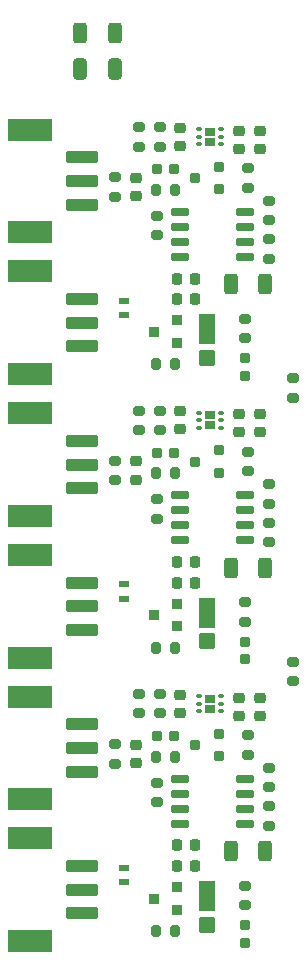
<source format=gbr>
%TF.GenerationSoftware,KiCad,Pcbnew,8.0.4*%
%TF.CreationDate,2024-08-16T18:46:30+09:00*%
%TF.ProjectId,accel-brake-sig-converter-board,61636365-6c2d-4627-9261-6b652d736967,rev?*%
%TF.SameCoordinates,Original*%
%TF.FileFunction,Paste,Top*%
%TF.FilePolarity,Positive*%
%FSLAX46Y46*%
G04 Gerber Fmt 4.6, Leading zero omitted, Abs format (unit mm)*
G04 Created by KiCad (PCBNEW 8.0.4) date 2024-08-16 18:46:30*
%MOMM*%
%LPD*%
G01*
G04 APERTURE LIST*
G04 Aperture macros list*
%AMRoundRect*
0 Rectangle with rounded corners*
0 $1 Rounding radius*
0 $2 $3 $4 $5 $6 $7 $8 $9 X,Y pos of 4 corners*
0 Add a 4 corners polygon primitive as box body*
4,1,4,$2,$3,$4,$5,$6,$7,$8,$9,$2,$3,0*
0 Add four circle primitives for the rounded corners*
1,1,$1+$1,$2,$3*
1,1,$1+$1,$4,$5*
1,1,$1+$1,$6,$7*
1,1,$1+$1,$8,$9*
0 Add four rect primitives between the rounded corners*
20,1,$1+$1,$2,$3,$4,$5,0*
20,1,$1+$1,$4,$5,$6,$7,0*
20,1,$1+$1,$6,$7,$8,$9,0*
20,1,$1+$1,$8,$9,$2,$3,0*%
G04 Aperture macros list end*
%ADD10RoundRect,0.050000X0.700000X-0.250000X0.700000X0.250000X-0.700000X0.250000X-0.700000X-0.250000X0*%
%ADD11RoundRect,0.225000X0.250000X-0.225000X0.250000X0.225000X-0.250000X0.225000X-0.250000X-0.225000X0*%
%ADD12RoundRect,0.100000X0.350000X0.300000X-0.350000X0.300000X-0.350000X-0.300000X0.350000X-0.300000X0*%
%ADD13RoundRect,0.225000X-0.225000X-0.250000X0.225000X-0.250000X0.225000X0.250000X-0.225000X0.250000X0*%
%ADD14RoundRect,0.200000X-0.275000X0.200000X-0.275000X-0.200000X0.275000X-0.200000X0.275000X0.200000X0*%
%ADD15RoundRect,0.050000X0.350000X-0.350000X0.350000X0.350000X-0.350000X0.350000X-0.350000X-0.350000X0*%
%ADD16RoundRect,0.250000X0.312500X0.625000X-0.312500X0.625000X-0.312500X-0.625000X0.312500X-0.625000X0*%
%ADD17RoundRect,0.038158X-0.386842X-0.324342X0.386842X-0.324342X0.386842X0.324342X-0.386842X0.324342X0*%
%ADD18RoundRect,0.050000X-0.190000X-0.125000X0.190000X-0.125000X0.190000X0.125000X-0.190000X0.125000X0*%
%ADD19RoundRect,0.050000X0.400000X-0.350000X0.400000X0.350000X-0.400000X0.350000X-0.400000X-0.350000X0*%
%ADD20RoundRect,0.100000X-0.600000X1.200000X-0.600000X-1.200000X0.600000X-1.200000X0.600000X1.200000X0*%
%ADD21RoundRect,0.100000X-0.600000X0.550000X-0.600000X-0.550000X0.600000X-0.550000X0.600000X0.550000X0*%
%ADD22RoundRect,0.050000X1.300000X-0.450000X1.300000X0.450000X-1.300000X0.450000X-1.300000X-0.450000X0*%
%ADD23RoundRect,0.090000X1.810000X-0.810000X1.810000X0.810000X-1.810000X0.810000X-1.810000X-0.810000X0*%
%ADD24RoundRect,0.050000X0.350000X0.350000X-0.350000X0.350000X-0.350000X-0.350000X0.350000X-0.350000X0*%
%ADD25RoundRect,0.050000X-0.400000X0.200000X-0.400000X-0.200000X0.400000X-0.200000X0.400000X0.200000X0*%
%ADD26RoundRect,0.225000X-0.250000X0.225000X-0.250000X-0.225000X0.250000X-0.225000X0.250000X0.225000X0*%
%ADD27RoundRect,0.200000X0.275000X-0.200000X0.275000X0.200000X-0.275000X0.200000X-0.275000X-0.200000X0*%
%ADD28RoundRect,0.200000X0.200000X0.275000X-0.200000X0.275000X-0.200000X-0.275000X0.200000X-0.275000X0*%
%ADD29RoundRect,0.200000X-0.200000X-0.275000X0.200000X-0.275000X0.200000X0.275000X-0.200000X0.275000X0*%
%ADD30RoundRect,0.250000X-0.312500X-0.625000X0.312500X-0.625000X0.312500X0.625000X-0.312500X0.625000X0*%
%ADD31RoundRect,0.250000X-0.325000X-0.650000X0.325000X-0.650000X0.325000X0.650000X-0.325000X0.650000X0*%
G04 APERTURE END LIST*
D10*
%TO.C,U4*%
X23500000Y-21405000D03*
X23500000Y-20135000D03*
X23500000Y-18865000D03*
X23500000Y-17595000D03*
X18000000Y-17595000D03*
X18000000Y-18865000D03*
X18000000Y-20135000D03*
X18000000Y-21405000D03*
%TD*%
D11*
%TO.C,C19*%
X14250000Y-64275000D03*
X14250000Y-62725000D03*
%TD*%
D12*
%TO.C,Q5*%
X21250000Y-39700000D03*
X21250000Y-37800000D03*
X19250000Y-38750000D03*
%TD*%
D13*
%TO.C,C16*%
X17725000Y-71250000D03*
X19275000Y-71250000D03*
%TD*%
D14*
%TO.C,R30*%
X16000000Y-65925000D03*
X16000000Y-67575000D03*
%TD*%
D15*
%TO.C,D5*%
X23500000Y-55500000D03*
X23500000Y-54000000D03*
%TD*%
D16*
%TO.C,R33*%
X25212500Y-71750000D03*
X22287500Y-71750000D03*
%TD*%
D17*
%TO.C,U1*%
X20500000Y-10837500D03*
X20500000Y-11662500D03*
D18*
X19590000Y-10600000D03*
X19590000Y-11250000D03*
X19590000Y-11900000D03*
X21410000Y-11900000D03*
X21410000Y-11250000D03*
X21410000Y-10600000D03*
%TD*%
D15*
%TO.C,D4*%
X23500000Y-31500000D03*
X23500000Y-30000000D03*
%TD*%
D13*
%TO.C,C13*%
X17725000Y-73000000D03*
X19275000Y-73000000D03*
%TD*%
D14*
%TO.C,R8*%
X23500000Y-50675000D03*
X23500000Y-52325000D03*
%TD*%
D19*
%TO.C,Q2*%
X17750000Y-52700000D03*
X17750000Y-50800000D03*
X15750000Y-51750000D03*
%TD*%
D13*
%TO.C,C14*%
X17725000Y-23250000D03*
X19275000Y-23250000D03*
%TD*%
D20*
%TO.C,D2*%
X20250000Y-51525000D03*
D21*
X20250000Y-53975000D03*
%TD*%
D22*
%TO.C,J4*%
X9700000Y-13000000D03*
X9700000Y-15000000D03*
X9700000Y-17000000D03*
D23*
X5250000Y-10650000D03*
X5250000Y-19350000D03*
%TD*%
D22*
%TO.C,J6*%
X9700000Y-61000000D03*
X9700000Y-63000000D03*
X9700000Y-65000000D03*
D23*
X5250000Y-58650000D03*
X5250000Y-67350000D03*
%TD*%
D24*
%TO.C,D7*%
X17500000Y-14000000D03*
X16000000Y-14000000D03*
%TD*%
D14*
%TO.C,R25*%
X25500000Y-19925000D03*
X25500000Y-21575000D03*
%TD*%
D25*
%TO.C,F1*%
X13250000Y-25125000D03*
X13250000Y-26375000D03*
%TD*%
D26*
%TO.C,C10*%
X18000000Y-58475000D03*
X18000000Y-60025000D03*
%TD*%
D19*
%TO.C,Q3*%
X17750000Y-76700000D03*
X17750000Y-74800000D03*
X15750000Y-75750000D03*
%TD*%
%TO.C,Q1*%
X17750000Y-28700000D03*
X17750000Y-26800000D03*
X15750000Y-27750000D03*
%TD*%
D14*
%TO.C,R7*%
X23500000Y-26675000D03*
X23500000Y-28325000D03*
%TD*%
D11*
%TO.C,C18*%
X14250000Y-40275000D03*
X14250000Y-38725000D03*
%TD*%
D22*
%TO.C,J3*%
X9700000Y-73000000D03*
X9700000Y-75000000D03*
X9700000Y-77000000D03*
D23*
X5250000Y-70650000D03*
X5250000Y-79350000D03*
%TD*%
D10*
%TO.C,U5*%
X23500000Y-45405000D03*
X23500000Y-44135000D03*
X23500000Y-42865000D03*
X23500000Y-41595000D03*
X18000000Y-41595000D03*
X18000000Y-42865000D03*
X18000000Y-44135000D03*
X18000000Y-45405000D03*
%TD*%
D27*
%TO.C,R34*%
X12500000Y-16325000D03*
X12500000Y-14675000D03*
%TD*%
D28*
%TO.C,R5*%
X17575000Y-54500000D03*
X15925000Y-54500000D03*
%TD*%
D14*
%TO.C,R3*%
X27500000Y-55675000D03*
X27500000Y-57325000D03*
%TD*%
%TO.C,R16*%
X14500000Y-10425000D03*
X14500000Y-12075000D03*
%TD*%
D29*
%TO.C,R20*%
X15925000Y-15750000D03*
X17575000Y-15750000D03*
%TD*%
D28*
%TO.C,R6*%
X17575000Y-78500000D03*
X15925000Y-78500000D03*
%TD*%
D25*
%TO.C,F3*%
X13250000Y-73125000D03*
X13250000Y-74375000D03*
%TD*%
D14*
%TO.C,R23*%
X25500000Y-64675000D03*
X25500000Y-66325000D03*
%TD*%
D24*
%TO.C,D8*%
X17500000Y-38000000D03*
X16000000Y-38000000D03*
%TD*%
D22*
%TO.C,J2*%
X9700000Y-49000000D03*
X9700000Y-51000000D03*
X9700000Y-53000000D03*
D23*
X5250000Y-46650000D03*
X5250000Y-55350000D03*
%TD*%
D26*
%TO.C,C8*%
X18000000Y-10475000D03*
X18000000Y-12025000D03*
%TD*%
%TO.C,C9*%
X18000000Y-34475000D03*
X18000000Y-36025000D03*
%TD*%
D14*
%TO.C,R12*%
X23750000Y-61925000D03*
X23750000Y-63575000D03*
%TD*%
D22*
%TO.C,J1*%
X9700000Y-25000000D03*
X9700000Y-27000000D03*
X9700000Y-29000000D03*
D23*
X5250000Y-22650000D03*
X5250000Y-31350000D03*
%TD*%
D24*
%TO.C,D9*%
X17500000Y-62000000D03*
X16000000Y-62000000D03*
%TD*%
D14*
%TO.C,R2*%
X27500000Y-31675000D03*
X27500000Y-33325000D03*
%TD*%
D12*
%TO.C,Q6*%
X21250000Y-63700000D03*
X21250000Y-61800000D03*
X19250000Y-62750000D03*
%TD*%
D26*
%TO.C,C2*%
X24750000Y-10725000D03*
X24750000Y-12275000D03*
%TD*%
D14*
%TO.C,R26*%
X16000000Y-17925000D03*
X16000000Y-19575000D03*
%TD*%
D15*
%TO.C,D6*%
X23500000Y-79500000D03*
X23500000Y-78000000D03*
%TD*%
D25*
%TO.C,F2*%
X13250000Y-49125000D03*
X13250000Y-50375000D03*
%TD*%
D26*
%TO.C,C5*%
X23000000Y-10725000D03*
X23000000Y-12275000D03*
%TD*%
D29*
%TO.C,R22*%
X15925000Y-39750000D03*
X17575000Y-39750000D03*
%TD*%
D30*
%TO.C,R1*%
X9537500Y-2500000D03*
X12462500Y-2500000D03*
%TD*%
D14*
%TO.C,R14*%
X16250000Y-34425000D03*
X16250000Y-36075000D03*
%TD*%
%TO.C,R17*%
X14500000Y-34425000D03*
X14500000Y-36075000D03*
%TD*%
D22*
%TO.C,J5*%
X9700000Y-37000000D03*
X9700000Y-39000000D03*
X9700000Y-41000000D03*
D23*
X5250000Y-34650000D03*
X5250000Y-43350000D03*
%TD*%
D11*
%TO.C,C17*%
X14250000Y-16275000D03*
X14250000Y-14725000D03*
%TD*%
D14*
%TO.C,R13*%
X16250000Y-10425000D03*
X16250000Y-12075000D03*
%TD*%
%TO.C,R29*%
X25500000Y-67925000D03*
X25500000Y-69575000D03*
%TD*%
D28*
%TO.C,R4*%
X17575000Y-30500000D03*
X15925000Y-30500000D03*
%TD*%
D14*
%TO.C,R10*%
X23750000Y-13925000D03*
X23750000Y-15575000D03*
%TD*%
D16*
%TO.C,R31*%
X25212500Y-23750000D03*
X22287500Y-23750000D03*
%TD*%
D14*
%TO.C,R21*%
X25500000Y-40675000D03*
X25500000Y-42325000D03*
%TD*%
D12*
%TO.C,Q4*%
X21250000Y-15700000D03*
X21250000Y-13800000D03*
X19250000Y-14750000D03*
%TD*%
D20*
%TO.C,D3*%
X20250000Y-75525000D03*
D21*
X20250000Y-77975000D03*
%TD*%
D31*
%TO.C,C1*%
X9525000Y-5500000D03*
X12475000Y-5500000D03*
%TD*%
D14*
%TO.C,R15*%
X16250000Y-58425000D03*
X16250000Y-60075000D03*
%TD*%
D20*
%TO.C,D1*%
X20250000Y-27525000D03*
D21*
X20250000Y-29975000D03*
%TD*%
D26*
%TO.C,C4*%
X24750000Y-58725000D03*
X24750000Y-60275000D03*
%TD*%
D13*
%TO.C,C11*%
X17725000Y-25000000D03*
X19275000Y-25000000D03*
%TD*%
D14*
%TO.C,R9*%
X23500000Y-74675000D03*
X23500000Y-76325000D03*
%TD*%
D26*
%TO.C,C3*%
X24750000Y-34725000D03*
X24750000Y-36275000D03*
%TD*%
D14*
%TO.C,R27*%
X25500000Y-43925000D03*
X25500000Y-45575000D03*
%TD*%
D26*
%TO.C,C7*%
X23000000Y-58725000D03*
X23000000Y-60275000D03*
%TD*%
D27*
%TO.C,R36*%
X12500000Y-64325000D03*
X12500000Y-62675000D03*
%TD*%
D10*
%TO.C,U6*%
X23500000Y-69405000D03*
X23500000Y-68135000D03*
X23500000Y-66865000D03*
X23500000Y-65595000D03*
X18000000Y-65595000D03*
X18000000Y-66865000D03*
X18000000Y-68135000D03*
X18000000Y-69405000D03*
%TD*%
D29*
%TO.C,R24*%
X15925000Y-63750000D03*
X17575000Y-63750000D03*
%TD*%
D27*
%TO.C,R35*%
X12500000Y-40325000D03*
X12500000Y-38675000D03*
%TD*%
D26*
%TO.C,C6*%
X23000000Y-34725000D03*
X23000000Y-36275000D03*
%TD*%
D14*
%TO.C,R28*%
X16000000Y-41925000D03*
X16000000Y-43575000D03*
%TD*%
D17*
%TO.C,U2*%
X20500000Y-34837500D03*
X20500000Y-35662500D03*
D18*
X19590000Y-34600000D03*
X19590000Y-35250000D03*
X19590000Y-35900000D03*
X21410000Y-35900000D03*
X21410000Y-35250000D03*
X21410000Y-34600000D03*
%TD*%
D13*
%TO.C,C12*%
X17725000Y-49000000D03*
X19275000Y-49000000D03*
%TD*%
D14*
%TO.C,R18*%
X14500000Y-58425000D03*
X14500000Y-60075000D03*
%TD*%
%TO.C,R11*%
X23750000Y-37925000D03*
X23750000Y-39575000D03*
%TD*%
D13*
%TO.C,C15*%
X17725000Y-47250000D03*
X19275000Y-47250000D03*
%TD*%
D17*
%TO.C,U3*%
X20500000Y-58837500D03*
X20500000Y-59662500D03*
D18*
X19590000Y-58600000D03*
X19590000Y-59250000D03*
X19590000Y-59900000D03*
X21410000Y-59900000D03*
X21410000Y-59250000D03*
X21410000Y-58600000D03*
%TD*%
D14*
%TO.C,R19*%
X25500000Y-16675000D03*
X25500000Y-18325000D03*
%TD*%
D16*
%TO.C,R32*%
X25212500Y-47750000D03*
X22287500Y-47750000D03*
%TD*%
M02*

</source>
